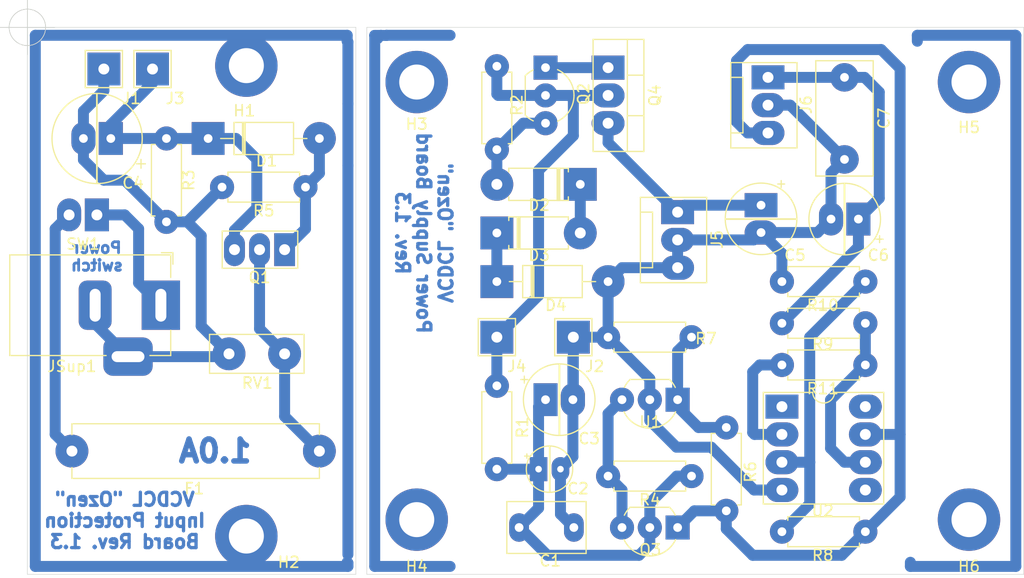
<source format=kicad_pcb>
(kicad_pcb (version 20171130) (host pcbnew 5.1.10-88a1d61d58~90~ubuntu20.04.1)
  (layers (0 F.Cu signal) (31 B.Cu signal) (34 B.Paste user) (35 F.Paste user) (36 B.SilkS user) (37 F.SilkS user) (38 B.Mask user) (39 F.Mask user) (44 Edge.Cuts user))
  (net 0 "")
  (net 1 Earth)
  (net 2 +12V)
  (net 3 "Net-(D1-Pad2)")
  (net 4 "Net-(D2-Pad2)")
  (net 5 "Net-(D2-Pad1)")
  (net 6 "Net-(D3-Pad1)")
  (net 7 "Net-(F1-Pad1)")
  (net 8 "Net-(Q2-Pad1)")
  (net 9 "Net-(F1-Pad2)")
  (net 10 "Net-(JSup1-Pad1)")
  (net 11 +15V)
  (net 12 "Net-(R6-Pad2)")
  (net 13 "Net-(C1-Pad1)")
  (net 14 Vin)
  (net 15 "Net-(Q3-Pad3)")
  (net 16 +5V)
  (net 17 "Net-(R10-Pad1)")
  (net 18 "Net-(R11-Pad1)")
  (net 19 "Net-(R11-Pad2)")
  (module _сustom:LUT_R_L9.0mm_D3.2mm_P5.08mm_Vertical (layer F.Cu) (at 49.52 53.495 180)
    (fp_text reference RV1 (at 2.495 -2.667) (layer F.SilkS))
    (fp_text value 27)
    (fp_line (start -1.778 1.778) (end -1.778 -1.778) (layer F.SilkS) (width 0.12))
    (fp_line (start 6.858 1.778) (end -1.778 1.778) (layer F.SilkS) (width 0.12))
    (fp_line (start 6.858 -1.778) (end 6.858 1.778) (layer F.SilkS) (width 0.12))
    (fp_line (start -1.778 -1.778) (end 6.858 -1.778) (layer F.SilkS) (width 0.12))
    (pad 2 thru_hole circle (at 5.08 0 180) (size 3 3) (drill 1) (layers *.Cu *.Mask) (net 1 Earth))
    (pad 1 thru_hole circle (at 0 0 180) (size 3 3) (drill 1) (layers *.Cu *.Mask) (net 7 "Net-(F1-Pad1)"))
  )
  (module _сustom:Logo_Ozen_7.0x9.0 (layer F.Cu) (at 62.855 59.845 270)
    (fp_text reference G*** hide)
    (fp_text value LOGO hide)
  )
  (module _сustom:Logo_Ozen_7.0x9.0 (layer F.Cu) (at 34.915 60.48)
    (fp_text reference G*** hide)
    (fp_text value LOGO hide)
  )
  (module MountingHole:MountingHole_3.2mm_M3_ISO7380_Pad (layer F.Cu) (at 112.025 68.65)
    (fp_text reference H6 (at 0 4.276) (layer F.SilkS))
    (fp_text value MountingHole_Pad)
    (pad 1 thru_hole circle (at 0 0) (size 5.7 5.7) (drill 3.2) (layers *.Cu *.Mask))
  )
  (module MountingHole:MountingHole_3.2mm_M3_ISO7380_Pad (layer F.Cu) (at 112.025 28.65)
    (fp_text reference H5 (at 0 4.144) (layer F.SilkS))
    (fp_text value MountingHole_Pad)
    (pad 1 thru_hole circle (at 0 0) (size 5.7 5.7) (drill 3.2) (layers *.Cu *.Mask))
  )
  (module _сustom:LUT_C_Rect_L10.3mm_W5.0mm_P7.50mm (layer F.Cu) (at 100.653 28.222 270)
    (fp_text reference C7 (at 3.75 -3.604 90) (layer F.SilkS))
    (fp_text value 150u)
    (fp_line (start -1.52 -2.62) (end 9.02 -2.62) (layer F.SilkS) (width 0.12))
    (fp_line (start -1.52 2.62) (end 9.02 2.62) (layer F.SilkS) (width 0.12))
    (fp_line (start -1.52 -2.62) (end -1.52 2.62) (layer F.SilkS) (width 0.12))
    (fp_line (start 9.02 -2.62) (end 9.02 2.62) (layer F.SilkS) (width 0.12))
    (pad 2 thru_hole circle (at 7.5 0 270) (size 2.6 2.6) (drill 0.8) (layers *.Cu *.Mask) (net 1 Earth))
    (pad 1 thru_hole circle (at 0 0 270) (size 2.6 2.6) (drill 0.8) (layers *.Cu *.Mask) (net 16 +5V))
  )
  (module _сustom:LUT_DIP-8 (layer F.Cu) (at 94.938 58.321)
    (fp_text reference U2 (at 3.731 9.525 180) (layer F.SilkS))
    (fp_text value LM741)
    (fp_line (start 2.8 -1.3) (end -1.7 -1.3) (layer F.SilkS) (width 0.12))
    (fp_line (start -1.7 -1.3) (end -1.7 8.9) (layer F.SilkS) (width 0.12))
    (fp_line (start -1.7 8.9) (end 9.3 8.9) (layer F.SilkS) (width 0.12))
    (fp_line (start 9.3 8.9) (end 9.3 -1.3) (layer F.SilkS) (width 0.12))
    (fp_line (start 9.3 -1.3) (end 4.9 -1.3) (layer F.SilkS) (width 0.12))
    (fp_arc (start 3.81 -1.33) (end 2.81 -1.33) (angle -180) (layer F.SilkS) (width 0.12))
    (pad 8 thru_hole oval (at 7.62 0) (size 3 2.2) (drill 1) (layers *.Cu *.Mask))
    (pad 4 thru_hole oval (at 0 7.62) (size 3 2.2) (drill 1) (layers *.Cu *.Mask) (net 1 Earth))
    (pad 7 thru_hole oval (at 7.62 2.54) (size 3 2.2) (drill 1) (layers *.Cu *.Mask) (net 11 +15V))
    (pad 3 thru_hole oval (at 0 5.08) (size 3 2.2) (drill 1) (layers *.Cu *.Mask) (net 17 "Net-(R10-Pad1)"))
    (pad 6 thru_hole oval (at 7.62 5.08) (size 3 2.2) (drill 1) (layers *.Cu *.Mask) (net 18 "Net-(R11-Pad1)"))
    (pad 2 thru_hole oval (at 0 2.54) (size 3 2.2) (drill 1) (layers *.Cu *.Mask) (net 19 "Net-(R11-Pad2)"))
    (pad 5 thru_hole oval (at 7.62 7.62) (size 3 2.2) (drill 1) (layers *.Cu *.Mask))
    (pad 1 thru_hole rect (at 0 0) (size 3 2.2) (drill 1) (layers *.Cu *.Mask))
  )
  (module _сustom:LUT_R_L6.3mm_D2.5mm_P7.62mm_Horizontal (layer F.Cu) (at 102.558 54.511 180)
    (fp_text reference R11 (at 3.889 -2.159) (layer F.SilkS))
    (fp_text value 5k)
    (fp_line (start 0.54 -1.04) (end 0.54 -1.37) (layer F.SilkS) (width 0.12))
    (fp_line (start 0.54 -1.37) (end 7.08 -1.37) (layer F.SilkS) (width 0.12))
    (fp_line (start 7.08 -1.37) (end 7.08 -1.04) (layer F.SilkS) (width 0.12))
    (fp_line (start 0.54 1.04) (end 0.54 1.37) (layer F.SilkS) (width 0.12))
    (fp_line (start 0.54 1.37) (end 7.08 1.37) (layer F.SilkS) (width 0.12))
    (fp_line (start 7.08 1.37) (end 7.08 1.04) (layer F.SilkS) (width 0.12))
    (pad 2 thru_hole circle (at 7.62 0 180) (size 2.2 2.2) (drill 0.8) (layers *.Cu *.Mask) (net 19 "Net-(R11-Pad2)"))
    (pad 1 thru_hole circle (at 0 0 180) (size 2.2 2.2) (drill 0.8) (layers *.Cu *.Mask) (net 18 "Net-(R11-Pad1)"))
  )
  (module _сustom:LUT_R_L6.3mm_D2.5mm_P7.62mm_Horizontal (layer F.Cu) (at 102.558 46.891 180)
    (fp_text reference R10 (at 3.889 -2.159) (layer F.SilkS))
    (fp_text value "5k 1%")
    (fp_line (start 0.54 -1.04) (end 0.54 -1.37) (layer F.SilkS) (width 0.12))
    (fp_line (start 0.54 -1.37) (end 7.08 -1.37) (layer F.SilkS) (width 0.12))
    (fp_line (start 7.08 -1.37) (end 7.08 -1.04) (layer F.SilkS) (width 0.12))
    (fp_line (start 0.54 1.04) (end 0.54 1.37) (layer F.SilkS) (width 0.12))
    (fp_line (start 0.54 1.37) (end 7.08 1.37) (layer F.SilkS) (width 0.12))
    (fp_line (start 7.08 1.37) (end 7.08 1.04) (layer F.SilkS) (width 0.12))
    (pad 2 thru_hole circle (at 7.62 0 180) (size 2.2 2.2) (drill 0.8) (layers *.Cu *.Mask) (net 1 Earth))
    (pad 1 thru_hole circle (at 0 0 180) (size 2.2 2.2) (drill 0.8) (layers *.Cu *.Mask) (net 17 "Net-(R10-Pad1)"))
  )
  (module _сustom:LUT_R_L6.3mm_D2.5mm_P7.62mm_Horizontal (layer F.Cu) (at 94.938 50.701)
    (fp_text reference R9 (at 3.731 1.905) (layer F.SilkS))
    (fp_text value 47)
    (fp_line (start 0.54 -1.04) (end 0.54 -1.37) (layer F.SilkS) (width 0.12))
    (fp_line (start 0.54 -1.37) (end 7.08 -1.37) (layer F.SilkS) (width 0.12))
    (fp_line (start 7.08 -1.37) (end 7.08 -1.04) (layer F.SilkS) (width 0.12))
    (fp_line (start 0.54 1.04) (end 0.54 1.37) (layer F.SilkS) (width 0.12))
    (fp_line (start 0.54 1.37) (end 7.08 1.37) (layer F.SilkS) (width 0.12))
    (fp_line (start 7.08 1.37) (end 7.08 1.04) (layer F.SilkS) (width 0.12))
    (pad 2 thru_hole circle (at 7.62 0) (size 2.2 2.2) (drill 0.8) (layers *.Cu *.Mask) (net 18 "Net-(R11-Pad1)"))
    (pad 1 thru_hole circle (at 0 0) (size 2.2 2.2) (drill 0.8) (layers *.Cu *.Mask) (net 16 +5V))
  )
  (module _сustom:LUT_R_L6.3mm_D2.5mm_P7.62mm_Horizontal (layer F.Cu) (at 102.558 69.751 180)
    (fp_text reference R8 (at 3.889 -2.159) (layer F.SilkS))
    (fp_text value "10k 1%")
    (fp_line (start 0.54 -1.04) (end 0.54 -1.37) (layer F.SilkS) (width 0.12))
    (fp_line (start 0.54 -1.37) (end 7.08 -1.37) (layer F.SilkS) (width 0.12))
    (fp_line (start 7.08 -1.37) (end 7.08 -1.04) (layer F.SilkS) (width 0.12))
    (fp_line (start 0.54 1.04) (end 0.54 1.37) (layer F.SilkS) (width 0.12))
    (fp_line (start 0.54 1.37) (end 7.08 1.37) (layer F.SilkS) (width 0.12))
    (fp_line (start 7.08 1.37) (end 7.08 1.04) (layer F.SilkS) (width 0.12))
    (pad 2 thru_hole circle (at 7.62 0 180) (size 2.2 2.2) (drill 0.8) (layers *.Cu *.Mask) (net 17 "Net-(R10-Pad1)"))
    (pad 1 thru_hole circle (at 0 0 180) (size 2.2 2.2) (drill 0.8) (layers *.Cu *.Mask) (net 11 +15V))
  )
  (module _сustom:LUT_FanPinHeader_1x03_P2.54mm_Vertical (layer F.Cu) (at 93.668 28.222 270)
    (fp_text reference J6 (at 2.5 -3.477 90) (layer F.SilkS))
    (fp_text value Conn_01x03)
    (fp_line (start -1.35 3.4) (end -1.35 -2.65) (layer F.SilkS) (width 0.12))
    (fp_line (start -1.35 -2.65) (end 6.45 -2.65) (layer F.SilkS) (width 0.12))
    (fp_line (start 6.45 -2.65) (end 6.45 3.4) (layer F.SilkS) (width 0.12))
    (fp_line (start 6.45 3.4) (end -1.35 3.4) (layer F.SilkS) (width 0.12))
    (fp_line (start 0 3.3) (end 0 2.29) (layer F.SilkS) (width 0.12))
    (fp_line (start 0 2.29) (end 5.08 2.29) (layer F.SilkS) (width 0.12))
    (fp_line (start 5.08 2.29) (end 5.08 3.3) (layer F.SilkS) (width 0.12))
    (pad 1 thru_hole rect (at 0 0) (size 3 2.2) (drill 1) (layers *.Cu *.Mask) (net 16 +5V))
    (pad 2 thru_hole oval (at 2.54 0) (size 3 2.2) (drill 1) (layers *.Cu *.Mask) (net 1 Earth))
    (pad 3 thru_hole oval (at 5.08 0) (size 3 2.2) (drill 1) (layers *.Cu *.Mask) (net 11 +15V))
  )
  (module _сustom:LUT_FanPinHeader_1x03_P2.54mm_Vertical (layer F.Cu) (at 85.413 40.541 270)
    (fp_text reference J5 (at 2.5 -3.604 90) (layer F.SilkS))
    (fp_text value Conn_01x03)
    (fp_line (start -1.35 3.4) (end -1.35 -2.65) (layer F.SilkS) (width 0.12))
    (fp_line (start -1.35 -2.65) (end 6.45 -2.65) (layer F.SilkS) (width 0.12))
    (fp_line (start 6.45 -2.65) (end 6.45 3.4) (layer F.SilkS) (width 0.12))
    (fp_line (start 6.45 3.4) (end -1.35 3.4) (layer F.SilkS) (width 0.12))
    (fp_line (start 0 3.3) (end 0 2.29) (layer F.SilkS) (width 0.12))
    (fp_line (start 0 2.29) (end 5.08 2.29) (layer F.SilkS) (width 0.12))
    (fp_line (start 5.08 2.29) (end 5.08 3.3) (layer F.SilkS) (width 0.12))
    (pad 1 thru_hole rect (at 0 0) (size 3 2.2) (drill 1) (layers *.Cu *.Mask) (net 2 +12V))
    (pad 2 thru_hole oval (at 2.54 0) (size 3 2.2) (drill 1) (layers *.Cu *.Mask) (net 1 Earth))
    (pad 3 thru_hole oval (at 5.08 0) (size 3 2.2) (drill 1) (layers *.Cu *.Mask) (net 1 Earth))
  )
  (module MountingHole:MountingHole_3.2mm_M3_ISO7380_Pad (layer F.Cu) (at 61.585 68.65)
    (fp_text reference H4 (at 0 4.276) (layer F.SilkS))
    (fp_text value MountingHole_Pad)
    (pad 1 thru_hole circle (at 0 0) (size 5.7 5.7) (drill 3.2) (layers *.Cu *.Mask))
  )
  (module _сustom:LUT_CP_Radial_D6.3mm_P2.50mm (layer F.Cu) (at 101.923 41.176 180)
    (fp_text reference C6 (at -1.826 -3.302) (layer F.SilkS))
    (fp_text value 470u)
    (fp_circle (center 1.25 0) (end 4.52 0) (layer F.SilkS) (width 0.12))
    (fp_line (start 1.25 -3.23) (end 1.25 3.23) (layer F.SilkS) (width 0.12))
    (fp_line (start 1.29 -3.23) (end 1.29 3.23) (layer F.SilkS) (width 0.12))
    (fp_line (start -2.250241 -1.839) (end -1.620241 -1.839) (layer F.SilkS) (width 0.12))
    (fp_line (start -1.935241 -2.154) (end -1.935241 -1.524) (layer F.SilkS) (width 0.12))
    (pad 2 thru_hole oval (at 2.5 0 180) (size 2.2 3) (drill 0.8) (layers *.Cu *.Mask) (net 1 Earth))
    (pad 1 thru_hole rect (at 0 0 180) (size 2.2 3) (drill 0.8) (layers *.Cu *.Mask) (net 16 +5V))
  )
  (module _сustom:LUT_TO-220-3_Vertical (layer F.Cu) (at 79.063 27.333 270)
    (fp_text reference Q4 (at 2.54 -4.27 90) (layer F.SilkS))
    (fp_text value Q_NPN_BCE)
    (fp_line (start -2.58 -3.27) (end 7.66 -3.27) (layer F.SilkS) (width 0.12))
    (fp_line (start -2.58 1.371) (end 7.66 1.371) (layer F.SilkS) (width 0.12))
    (fp_line (start -2.58 -3.27) (end -2.58 1.371) (layer F.SilkS) (width 0.12))
    (fp_line (start 7.66 -3.27) (end 7.66 1.371) (layer F.SilkS) (width 0.12))
    (fp_line (start -2.58 -1.76) (end 7.66 -1.76) (layer F.SilkS) (width 0.12))
    (fp_line (start 0.69 -3.27) (end 0.69 -1.76) (layer F.SilkS) (width 0.12))
    (fp_line (start 4.391 -3.27) (end 4.391 -1.76) (layer F.SilkS) (width 0.12))
    (pad 3 thru_hole oval (at 5.08 0 270) (size 2.2 3) (drill 1) (layers *.Cu *.Mask) (net 2 +12V))
    (pad 2 thru_hole oval (at 2.54 0 270) (size 2.2 3) (drill 1) (layers *.Cu *.Mask) (net 14 Vin))
    (pad 1 thru_hole rect (at 0 0 270) (size 2.2 3) (drill 1) (layers *.Cu *.Mask) (net 8 "Net-(Q2-Pad1)"))
  )
  (module _сustom:LUT_TO-92 (layer F.Cu) (at 85.413 69.37 180)
    (fp_text reference Q3 (at 2.492 -2.032) (layer F.SilkS))
    (fp_text value Q_NPN_ECB)
    (fp_line (start 0.74 1.85) (end 4.34 1.85) (layer F.SilkS) (width 0.12))
    (fp_arc (start 2.54 0) (end 4.34 1.85) (angle -20) (layer F.SilkS) (width 0.12))
    (fp_arc (start 2.54 0) (end 2.54 -2.6) (angle 65) (layer F.SilkS) (width 0.12))
    (fp_arc (start 2.54 0) (end 2.54 -2.6) (angle -65) (layer F.SilkS) (width 0.12))
    (fp_arc (start 2.54 0) (end 0.74 1.85) (angle 20) (layer F.SilkS) (width 0.12))
    (pad 1 thru_hole rect (at 0 0 180) (size 2.2 2.2) (drill 0.8) (layers *.Cu *.Mask) (net 11 +15V))
    (pad 3 thru_hole circle (at 5.08 0 180) (size 2.2 2.2) (drill 0.8) (layers *.Cu *.Mask) (net 15 "Net-(Q3-Pad3)"))
    (pad 2 thru_hole circle (at 2.54 0 180) (size 2.2 2.2) (drill 0.8) (layers *.Cu *.Mask) (net 13 "Net-(C1-Pad1)"))
  )
  (module _сustom:LUT_PinHeader_1x01_P2.54mm_Vertical (layer F.Cu) (at 68.903 51.971)
    (fp_text reference J4 (at 1.826 2.667) (layer F.SilkS))
    (fp_text value Conn_01x01_Female)
    (fp_line (start -1.7 -1.7) (end 1.7 -1.7) (layer F.SilkS) (width 0.12))
    (fp_line (start 1.7 -1.7) (end 1.7 1.7) (layer F.SilkS) (width 0.12))
    (fp_line (start 1.7 1.7) (end -1.7 1.7) (layer F.SilkS) (width 0.12))
    (fp_line (start -1.7 1.7) (end -1.7 -1.7) (layer F.SilkS) (width 0.12))
    (pad 1 thru_hole rect (at 0 0) (size 3 3) (drill 1) (layers *.Cu *.Mask) (net 14 Vin))
  )
  (module _сustom:LUT_PinHeader_1x01_P2.54mm_Vertical (layer F.Cu) (at 37.455 27.46)
    (fp_text reference J3 (at 2.07 2.69) (layer F.SilkS))
    (fp_text value Conn_01x01_Female)
    (fp_line (start -1.7 -1.7) (end 1.7 -1.7) (layer F.SilkS) (width 0.12))
    (fp_line (start 1.7 -1.7) (end 1.7 1.7) (layer F.SilkS) (width 0.12))
    (fp_line (start 1.7 1.7) (end -1.7 1.7) (layer F.SilkS) (width 0.12))
    (fp_line (start -1.7 1.7) (end -1.7 -1.7) (layer F.SilkS) (width 0.12))
    (pad 1 thru_hole rect (at 0 0) (size 3 3) (drill 1) (layers *.Cu *.Mask) (net 14 Vin))
  )
  (module _сustom:LUT_PinHeader_1x01_P2.54mm_Vertical (layer F.Cu) (at 75.888 51.971)
    (fp_text reference J2 (at 1.953 2.667) (layer F.SilkS))
    (fp_text value Conn_01x01_Female)
    (fp_line (start -1.7 -1.7) (end 1.7 -1.7) (layer F.SilkS) (width 0.12))
    (fp_line (start 1.7 -1.7) (end 1.7 1.7) (layer F.SilkS) (width 0.12))
    (fp_line (start 1.7 1.7) (end -1.7 1.7) (layer F.SilkS) (width 0.12))
    (fp_line (start -1.7 1.7) (end -1.7 -1.7) (layer F.SilkS) (width 0.12))
    (pad 1 thru_hole rect (at 0 0) (size 3 3) (drill 1) (layers *.Cu *.Mask) (net 1 Earth))
  )
  (module _сustom:LUT_PinHeader_1x01_P2.54mm_Vertical (layer F.Cu) (at 33.01 27.46 180)
    (fp_text reference J1 (at -2.515 -2.69) (layer F.SilkS))
    (fp_text value Conn_01x01_Female)
    (fp_line (start -1.7 -1.7) (end 1.7 -1.7) (layer F.SilkS) (width 0.12))
    (fp_line (start 1.7 -1.7) (end 1.7 1.7) (layer F.SilkS) (width 0.12))
    (fp_line (start 1.7 1.7) (end -1.7 1.7) (layer F.SilkS) (width 0.12))
    (fp_line (start -1.7 1.7) (end -1.7 -1.7) (layer F.SilkS) (width 0.12))
    (pad 1 thru_hole rect (at 0 0 180) (size 3 3) (drill 1) (layers *.Cu *.Mask) (net 1 Earth))
  )
  (module _сustom:LUT_CP_Radial_D6.3mm_P2.50mm (layer F.Cu) (at 93.033 39.906 270)
    (fp_text reference C5 (at 4.572 -3.096 180) (layer F.SilkS))
    (fp_text value "470u 16v")
    (fp_line (start -1.935241 -2.154) (end -1.935241 -1.524) (layer F.SilkS) (width 0.12))
    (fp_line (start -2.250241 -1.839) (end -1.620241 -1.839) (layer F.SilkS) (width 0.12))
    (fp_line (start 1.29 -3.23) (end 1.29 3.23) (layer F.SilkS) (width 0.12))
    (fp_line (start 1.25 -3.23) (end 1.25 3.23) (layer F.SilkS) (width 0.12))
    (fp_circle (center 1.25 0) (end 4.52 0) (layer F.SilkS) (width 0.12))
    (pad 2 thru_hole oval (at 2.5 0 270) (size 2.2 3) (drill 0.8) (layers *.Cu *.Mask) (net 1 Earth))
    (pad 1 thru_hole rect (at 0 0 270) (size 2.2 3) (drill 0.8) (layers *.Cu *.Mask) (net 2 +12V))
  )
  (module _сustom:LUT_CP_Radial_D8.0mm_P2.50mm (layer F.Cu) (at 33.645 33.81 180)
    (fp_text reference C4 (at -2.032 -4.064) (layer F.SilkS))
    (fp_text value "47u 63v")
    (fp_line (start -2.759698 -2.715) (end -2.759698 -1.915) (layer F.SilkS) (width 0.12))
    (fp_line (start -3.159698 -2.315) (end -2.359698 -2.315) (layer F.SilkS) (width 0.12))
    (fp_line (start 1.29 -4.08) (end 1.29 4.08) (layer F.SilkS) (width 0.12))
    (fp_line (start 1.25 -4.08) (end 1.25 4.08) (layer F.SilkS) (width 0.12))
    (fp_circle (center 1.25 0) (end 5.37 0) (layer F.SilkS) (width 0.12))
    (pad 2 thru_hole oval (at 2.5 0 180) (size 2.2 3) (drill 0.8) (layers *.Cu *.Mask) (net 1 Earth))
    (pad 1 thru_hole rect (at 0 0 180) (size 2.2 3) (drill 0.8) (layers *.Cu *.Mask) (net 14 Vin))
  )
  (module _сustom:LUT_CP_Radial_D4.0mm_P2.00mm (layer F.Cu) (at 72.713 64.036)
    (fp_text reference C2 (at 3.604 1.778) (layer F.SilkS))
    (fp_text value 10u)
    (fp_circle (center 1 0) (end 3.12 0) (layer F.SilkS) (width 0.12))
    (fp_line (start 1 -2.08) (end 1 2.08) (layer F.SilkS) (width 0.12))
    (fp_line (start 1.04 -2.08) (end 1.04 2.08) (layer F.SilkS) (width 0.12))
    (fp_line (start -1.269801 -1.195) (end -0.869801 -1.195) (layer F.SilkS) (width 0.12))
    (fp_line (start -1.069801 -1.395) (end -1.069801 -0.995) (layer F.SilkS) (width 0.12))
    (pad 2 thru_hole oval (at 2 0) (size 1.6 2.2) (drill 0.6) (layers *.Cu *.Mask) (net 1 Earth))
    (pad 1 thru_hole rect (at 0 0) (size 1.6 2.2) (drill 0.6) (layers *.Cu *.Mask) (net 13 "Net-(C1-Pad1)"))
  )
  (module _сustom:LUT_C_Rect_L7.0mm_W4.5mm_P5.00mm (layer F.Cu) (at 70.935 69.37)
    (fp_text reference C1 (at 2.842 3.048 180) (layer F.SilkS))
    (fp_text value 1u)
    (fp_line (start -1.12 -2.37) (end 6.12 -2.37) (layer F.SilkS) (width 0.12))
    (fp_line (start -1.12 2.37) (end 6.12 2.37) (layer F.SilkS) (width 0.12))
    (fp_line (start -1.12 -2.37) (end -1.12 2.37) (layer F.SilkS) (width 0.12))
    (fp_line (start 6.12 -2.37) (end 6.12 2.37) (layer F.SilkS) (width 0.12))
    (pad 2 thru_hole oval (at 5 0) (size 1.8 2.6) (drill 0.8) (layers *.Cu *.Mask) (net 1 Earth))
    (pad 1 thru_hole oval (at 0 0) (size 1.8 2.6) (drill 0.8) (layers *.Cu *.Mask) (net 13 "Net-(C1-Pad1)"))
  )
  (module _сustom:LUT_TO-92 (layer F.Cu) (at 85.413 57.686 180)
    (fp_text reference U1 (at 2.492 -2.032) (layer F.SilkS))
    (fp_text value TL431LP)
    (fp_line (start 0.74 1.85) (end 4.34 1.85) (layer F.SilkS) (width 0.12))
    (fp_arc (start 2.54 0) (end 4.34 1.85) (angle -20) (layer F.SilkS) (width 0.12))
    (fp_arc (start 2.54 0) (end 2.54 -2.6) (angle 65) (layer F.SilkS) (width 0.12))
    (fp_arc (start 2.54 0) (end 2.54 -2.6) (angle -65) (layer F.SilkS) (width 0.12))
    (fp_arc (start 2.54 0) (end 0.74 1.85) (angle 20) (layer F.SilkS) (width 0.12))
    (pad 1 thru_hole rect (at 0 0 180) (size 2.2 2.2) (drill 0.8) (layers *.Cu *.Mask) (net 12 "Net-(R6-Pad2)"))
    (pad 3 thru_hole circle (at 5.08 0 180) (size 2.2 2.2) (drill 0.8) (layers *.Cu *.Mask) (net 15 "Net-(Q3-Pad3)"))
    (pad 2 thru_hole circle (at 2.54 0 180) (size 2.2 2.2) (drill 0.8) (layers *.Cu *.Mask) (net 1 Earth))
  )
  (module _сustom:LUT_R_L6.3mm_D2.5mm_P7.62mm_Horizontal (layer F.Cu) (at 86.683 51.971 180)
    (fp_text reference R7 (at -1.318 -0.127) (layer F.SilkS))
    (fp_text value "1k 1%")
    (fp_line (start 7.08 1.37) (end 7.08 1.04) (layer F.SilkS) (width 0.12))
    (fp_line (start 0.54 1.37) (end 7.08 1.37) (layer F.SilkS) (width 0.12))
    (fp_line (start 0.54 1.04) (end 0.54 1.37) (layer F.SilkS) (width 0.12))
    (fp_line (start 7.08 -1.37) (end 7.08 -1.04) (layer F.SilkS) (width 0.12))
    (fp_line (start 0.54 -1.37) (end 7.08 -1.37) (layer F.SilkS) (width 0.12))
    (fp_line (start 0.54 -1.04) (end 0.54 -1.37) (layer F.SilkS) (width 0.12))
    (pad 2 thru_hole circle (at 7.62 0 180) (size 2.2 2.2) (drill 0.8) (layers *.Cu *.Mask) (net 1 Earth))
    (pad 1 thru_hole circle (at 0 0 180) (size 2.2 2.2) (drill 0.8) (layers *.Cu *.Mask) (net 12 "Net-(R6-Pad2)"))
  )
  (module _сustom:LUT_R_L6.3mm_D2.5mm_P7.62mm_Horizontal (layer F.Cu) (at 89.858 67.846 90)
    (fp_text reference R6 (at 3.556 2.207 90) (layer F.SilkS))
    (fp_text value "5k 1%")
    (fp_line (start 7.08 1.37) (end 7.08 1.04) (layer F.SilkS) (width 0.12))
    (fp_line (start 0.54 1.37) (end 7.08 1.37) (layer F.SilkS) (width 0.12))
    (fp_line (start 0.54 1.04) (end 0.54 1.37) (layer F.SilkS) (width 0.12))
    (fp_line (start 7.08 -1.37) (end 7.08 -1.04) (layer F.SilkS) (width 0.12))
    (fp_line (start 0.54 -1.37) (end 7.08 -1.37) (layer F.SilkS) (width 0.12))
    (fp_line (start 0.54 -1.04) (end 0.54 -1.37) (layer F.SilkS) (width 0.12))
    (pad 2 thru_hole circle (at 7.62 0 90) (size 2.2 2.2) (drill 0.8) (layers *.Cu *.Mask) (net 12 "Net-(R6-Pad2)"))
    (pad 1 thru_hole circle (at 0 0 90) (size 2.2 2.2) (drill 0.8) (layers *.Cu *.Mask) (net 11 +15V))
  )
  (module _сustom:LUT_R_L6.3mm_D2.5mm_P7.62mm_Horizontal (layer F.Cu) (at 51.425 38.255 180)
    (fp_text reference R5 (at 3.81 -2.159) (layer F.SilkS))
    (fp_text value 5k)
    (fp_line (start 7.08 1.37) (end 7.08 1.04) (layer F.SilkS) (width 0.12))
    (fp_line (start 0.54 1.37) (end 7.08 1.37) (layer F.SilkS) (width 0.12))
    (fp_line (start 0.54 1.04) (end 0.54 1.37) (layer F.SilkS) (width 0.12))
    (fp_line (start 7.08 -1.37) (end 7.08 -1.04) (layer F.SilkS) (width 0.12))
    (fp_line (start 0.54 -1.37) (end 7.08 -1.37) (layer F.SilkS) (width 0.12))
    (fp_line (start 0.54 -1.04) (end 0.54 -1.37) (layer F.SilkS) (width 0.12))
    (pad 2 thru_hole circle (at 7.62 0 180) (size 2.2 2.2) (drill 0.8) (layers *.Cu *.Mask) (net 1 Earth))
    (pad 1 thru_hole circle (at 0 0 180) (size 2.2 2.2) (drill 0.8) (layers *.Cu *.Mask) (net 3 "Net-(D1-Pad2)"))
  )
  (module _сustom:LUT_R_L6.3mm_D2.5mm_P7.62mm_Horizontal (layer F.Cu) (at 86.683 64.671 180)
    (fp_text reference R4 (at 3.81 -2.159) (layer F.SilkS))
    (fp_text value 1k)
    (fp_line (start 7.08 1.37) (end 7.08 1.04) (layer F.SilkS) (width 0.12))
    (fp_line (start 0.54 1.37) (end 7.08 1.37) (layer F.SilkS) (width 0.12))
    (fp_line (start 0.54 1.04) (end 0.54 1.37) (layer F.SilkS) (width 0.12))
    (fp_line (start 7.08 -1.37) (end 7.08 -1.04) (layer F.SilkS) (width 0.12))
    (fp_line (start 0.54 -1.37) (end 7.08 -1.37) (layer F.SilkS) (width 0.12))
    (fp_line (start 0.54 -1.04) (end 0.54 -1.37) (layer F.SilkS) (width 0.12))
    (pad 2 thru_hole circle (at 7.62 0 180) (size 2.2 2.2) (drill 0.8) (layers *.Cu *.Mask) (net 15 "Net-(Q3-Pad3)"))
    (pad 1 thru_hole circle (at 0 0 180) (size 2.2 2.2) (drill 0.8) (layers *.Cu *.Mask) (net 13 "Net-(C1-Pad1)"))
  )
  (module _сustom:LUT_D_P10.16mm_Horizontal (layer F.Cu) (at 42.535 33.81)
    (fp_text reference D1 (at 5.334 2.032) (layer F.SilkS))
    (fp_text value 10v)
    (fp_line (start 3.14 -1.47) (end 3.14 1.47) (layer F.SilkS) (width 0.12))
    (fp_line (start 3.38 -1.47) (end 3.38 1.47) (layer F.SilkS) (width 0.12))
    (fp_line (start 3.26 -1.47) (end 3.26 1.47) (layer F.SilkS) (width 0.12))
    (fp_line (start 9.02 0) (end 7.8 0) (layer F.SilkS) (width 0.12))
    (fp_line (start 1.14 0) (end 2.36 0) (layer F.SilkS) (width 0.12))
    (fp_line (start 7.8 -1.47) (end 2.36 -1.47) (layer F.SilkS) (width 0.12))
    (fp_line (start 7.8 1.47) (end 7.8 -1.47) (layer F.SilkS) (width 0.12))
    (fp_line (start 2.36 1.47) (end 7.8 1.47) (layer F.SilkS) (width 0.12))
    (fp_line (start 2.36 -1.47) (end 2.36 1.47) (layer F.SilkS) (width 0.12))
    (pad 2 thru_hole oval (at 10.16 0) (size 3 3) (drill 0.8) (layers *.Cu *.Mask) (net 3 "Net-(D1-Pad2)"))
    (pad 1 thru_hole rect (at 0 0) (size 3 3) (drill 0.8) (layers *.Cu *.Mask) (net 14 Vin))
  )
  (module _сustom:LUT_R_L6.3mm_D2.5mm_P7.62mm_Horizontal (layer F.Cu) (at 38.725 41.43 90)
    (fp_text reference R3 (at 3.81 2.032 90) (layer F.SilkS))
    (fp_text value 100k)
    (fp_line (start 7.08 1.37) (end 7.08 1.04) (layer F.SilkS) (width 0.12))
    (fp_line (start 0.54 1.37) (end 7.08 1.37) (layer F.SilkS) (width 0.12))
    (fp_line (start 0.54 1.04) (end 0.54 1.37) (layer F.SilkS) (width 0.12))
    (fp_line (start 7.08 -1.37) (end 7.08 -1.04) (layer F.SilkS) (width 0.12))
    (fp_line (start 0.54 -1.37) (end 7.08 -1.37) (layer F.SilkS) (width 0.12))
    (fp_line (start 0.54 -1.04) (end 0.54 -1.37) (layer F.SilkS) (width 0.12))
    (pad 2 thru_hole circle (at 7.62 0 90) (size 2.2 2.2) (drill 0.8) (layers *.Cu *.Mask) (net 14 Vin))
    (pad 1 thru_hole circle (at 0 0 90) (size 2.2 2.2) (drill 0.8) (layers *.Cu *.Mask) (net 1 Earth))
  )
  (module MountingHole:MountingHole_3.2mm_M3_ISO7380_Pad (layer F.Cu) (at 61.585 28.65 180)
    (fp_text reference H3 (at 0 -3.85) (layer F.SilkS))
    (fp_text value MountingHole_Pad)
    (pad 1 thru_hole circle (at 0 0 180) (size 5.7 5.7) (drill 3.2) (layers *.Cu *.Mask))
  )
  (module _сustom:LUT_TO-92 (layer F.Cu) (at 73.348 27.333 270)
    (fp_text reference Q2 (at 2.413 -3.477 90) (layer F.SilkS))
    (fp_text value Q_NPN_ECB)
    (fp_line (start 0.74 1.85) (end 4.34 1.85) (layer F.SilkS) (width 0.12))
    (fp_arc (start 2.54 0) (end 4.34 1.85) (angle -20) (layer F.SilkS) (width 0.12))
    (fp_arc (start 2.54 0) (end 2.54 -2.6) (angle 65) (layer F.SilkS) (width 0.12))
    (fp_arc (start 2.54 0) (end 2.54 -2.6) (angle -65) (layer F.SilkS) (width 0.12))
    (fp_arc (start 2.54 0) (end 0.74 1.85) (angle 20) (layer F.SilkS) (width 0.12))
    (pad 1 thru_hole rect (at 0 0 270) (size 2.2 2.2) (drill 0.8) (layers *.Cu *.Mask) (net 8 "Net-(Q2-Pad1)"))
    (pad 3 thru_hole circle (at 5.08 0 270) (size 2.2 2.2) (drill 0.8) (layers *.Cu *.Mask) (net 4 "Net-(D2-Pad2)"))
    (pad 2 thru_hole circle (at 2.54 0 270) (size 2.2 2.2) (drill 0.8) (layers *.Cu *.Mask) (net 14 Vin))
  )
  (module _сustom:LUT_PinHeader_1x02_P2.54mm_Vertical (layer F.Cu) (at 32.375 40.795 270)
    (fp_text reference SW1 (at 2.667 1.27 180) (layer F.SilkS))
    (fp_text value SW_DIP_x01)
    (pad 2 thru_hole oval (at 0 2.54 270) (size 3 2.2) (drill 1) (layers *.Cu *.Mask) (net 9 "Net-(F1-Pad2)"))
    (pad 1 thru_hole rect (at 0 0 270) (size 3 2.2) (drill 1) (layers *.Cu *.Mask) (net 10 "Net-(JSup1-Pad1)"))
  )
  (module MountingHole:MountingHole_3.2mm_M3_ISO7380_Pad (layer F.Cu) (at 46.025 70.15)
    (fp_text reference H2 (at 3.876 2.395) (layer F.SilkS))
    (fp_text value MountingHole_Pad)
    (pad 1 thru_hole circle (at 0 0) (size 5.7 5.7) (drill 3.2) (layers *.Cu *.Mask))
  )
  (module _сustom:LUT_R_L6.3mm_D2.5mm_P7.62mm_Horizontal (layer F.Cu) (at 68.903 27.206 270)
    (fp_text reference R2 (at 3.556 -1.826 90) (layer F.SilkS))
    (fp_text value 390)
    (fp_line (start 0.54 -1.04) (end 0.54 -1.37) (layer F.SilkS) (width 0.12))
    (fp_line (start 0.54 -1.37) (end 7.08 -1.37) (layer F.SilkS) (width 0.12))
    (fp_line (start 7.08 -1.37) (end 7.08 -1.04) (layer F.SilkS) (width 0.12))
    (fp_line (start 0.54 1.04) (end 0.54 1.37) (layer F.SilkS) (width 0.12))
    (fp_line (start 0.54 1.37) (end 7.08 1.37) (layer F.SilkS) (width 0.12))
    (fp_line (start 7.08 1.37) (end 7.08 1.04) (layer F.SilkS) (width 0.12))
    (pad 2 thru_hole circle (at 7.62 0 270) (size 2.2 2.2) (drill 0.8) (layers *.Cu *.Mask) (net 4 "Net-(D2-Pad2)"))
    (pad 1 thru_hole circle (at 0 0 270) (size 2.2 2.2) (drill 0.8) (layers *.Cu *.Mask) (net 14 Vin))
  )
  (module _сustom:LUT_R_L6.3mm_D2.5mm_P7.62mm_Horizontal (layer F.Cu) (at 68.903 64.036 90)
    (fp_text reference R1 (at 3.81 2.334 90) (layer F.SilkS))
    (fp_text value R)
    (fp_line (start 0.54 -1.04) (end 0.54 -1.37) (layer F.SilkS) (width 0.12))
    (fp_line (start 0.54 -1.37) (end 7.08 -1.37) (layer F.SilkS) (width 0.12))
    (fp_line (start 7.08 -1.37) (end 7.08 -1.04) (layer F.SilkS) (width 0.12))
    (fp_line (start 0.54 1.04) (end 0.54 1.37) (layer F.SilkS) (width 0.12))
    (fp_line (start 0.54 1.37) (end 7.08 1.37) (layer F.SilkS) (width 0.12))
    (fp_line (start 7.08 1.37) (end 7.08 1.04) (layer F.SilkS) (width 0.12))
    (pad 2 thru_hole circle (at 7.62 0 90) (size 2.2 2.2) (drill 0.8) (layers *.Cu *.Mask) (net 14 Vin))
    (pad 1 thru_hole circle (at 0 0 90) (size 2.2 2.2) (drill 0.8) (layers *.Cu *.Mask) (net 13 "Net-(C1-Pad1)"))
  )
  (module _сustom:LUT_TO-251-3_Vertical (layer F.Cu) (at 49.52 43.97 180)
    (fp_text reference Q1 (at 2.29 -2.54) (layer F.SilkS))
    (fp_text value IRFR9024)
    (fp_line (start -1.2 1.7) (end -1.2 -1.7) (layer F.SilkS) (width 0.12))
    (fp_line (start 5.7 1.7) (end -1.2 1.7) (layer F.SilkS) (width 0.12))
    (fp_line (start 5.7 -1.7) (end 5.7 1.7) (layer F.SilkS) (width 0.12))
    (fp_line (start -1.2 -1.7) (end 5.7 -1.7) (layer F.SilkS) (width 0.12))
    (pad 3 thru_hole oval (at 4.58 0 180) (size 1.9 3) (drill 1) (layers *.Cu *.Mask) (net 14 Vin))
    (pad 2 thru_hole oval (at 2.29 0 180) (size 1.9 3) (drill 1) (layers *.Cu *.Mask) (net 7 "Net-(F1-Pad1)"))
    (pad 1 thru_hole rect (at 0 0 180) (size 1.9 3) (drill 1) (layers *.Cu *.Mask) (net 3 "Net-(D1-Pad2)"))
  )
  (module _сustom:LUT_BarrelJack_Horizontal (layer F.Cu) (at 38.217 49.05)
    (fp_text reference JSup1 (at -8.128 5.588) (layer F.SilkS))
    (fp_text value Conn_01x03)
    (fp_line (start 1.1 -3.75) (end 1.1 -4.8) (layer F.SilkS) (width 0.12))
    (fp_line (start 0.05 -4.8) (end 1.1 -4.8) (layer F.SilkS) (width 0.12))
    (fp_line (start -5 4.6) (end -13.8 4.6) (layer F.SilkS) (width 0.12))
    (fp_line (start -13.8 4.6) (end -13.8 -4.6) (layer F.SilkS) (width 0.12))
    (fp_line (start 0.9 2.286) (end 0.9 4.6) (layer F.SilkS) (width 0.12))
    (fp_line (start 0.9 4.6) (end -1 4.6) (layer F.SilkS) (width 0.12))
    (fp_line (start -13.8 -4.6) (end 0.9 -4.6) (layer F.SilkS) (width 0.12))
    (fp_line (start 0.9 -4.6) (end 0.9 -2.54) (layer F.SilkS) (width 0.12))
    (pad 1 thru_hole rect (at 0 0) (size 3.5 4.5) (drill oval 1 3) (layers *.Cu *.Mask) (net 10 "Net-(JSup1-Pad1)"))
    (pad 2 thru_hole roundrect (at -6 0) (size 3 4.5) (drill oval 1 3) (layers *.Cu *.Mask) (net 1 Earth))
    (pad 3 thru_hole roundrect (at -3 4.7) (size 4.5 3.5) (drill oval 3 1) (layers *.Cu *.Mask) (net 1 Earth))
  )
  (module MountingHole:MountingHole_3.2mm_M3_ISO7380_Pad (layer F.Cu) (at 46.025 27.15)
    (fp_text reference H1 (at -0.188 4.12) (layer F.SilkS))
    (fp_text value MountingHole_Pad)
    (pad 1 thru_hole circle (at 0 0) (size 5.7 5.7) (drill 3.2) (layers *.Cu *.Mask))
  )
  (module _сustom:LUT_Fuse-5x20mm_Horizontal_Open (layer F.Cu) (at 52.695 62.385 180)
    (fp_text reference F1 (at 11.43 -3.429) (layer F.SilkS))
    (fp_text value 0.5)
    (fp_line (start 22.6 2.5) (end 22.6 1.5) (layer F.SilkS) (width 0.12))
    (fp_line (start 22.6 -1.5) (end 22.6 -2.5) (layer F.SilkS) (width 0.12))
    (fp_line (start 0 -1.5) (end 0 -2.5) (layer F.SilkS) (width 0.12))
    (fp_line (start 0 -2.5) (end 22.6 -2.5) (layer F.SilkS) (width 0.12))
    (fp_line (start 0 2.5) (end 22.6 2.5) (layer F.SilkS) (width 0.12))
    (fp_line (start 0 2.5) (end 0 1.5) (layer F.SilkS) (width 0.12))
    (pad 2 thru_hole circle (at 22.6 0 180) (size 3 3) (drill 1) (layers *.Cu *.Mask) (net 9 "Net-(F1-Pad2)"))
    (pad 1 thru_hole circle (at 0 0 180) (size 3 3) (drill 1) (layers *.Cu *.Mask) (net 7 "Net-(F1-Pad1)"))
  )
  (module _сustom:LUT_D_P10.16mm_Horizontal (layer F.Cu) (at 68.903 46.891)
    (fp_text reference D4 (at 5.382 2.159) (layer F.SilkS))
    (fp_text value 12V)
    (fp_line (start 2.36 -1.47) (end 2.36 1.47) (layer F.SilkS) (width 0.12))
    (fp_line (start 2.36 1.47) (end 7.8 1.47) (layer F.SilkS) (width 0.12))
    (fp_line (start 7.8 1.47) (end 7.8 -1.47) (layer F.SilkS) (width 0.12))
    (fp_line (start 7.8 -1.47) (end 2.36 -1.47) (layer F.SilkS) (width 0.12))
    (fp_line (start 1.14 0) (end 2.36 0) (layer F.SilkS) (width 0.12))
    (fp_line (start 9.02 0) (end 7.8 0) (layer F.SilkS) (width 0.12))
    (fp_line (start 3.26 -1.47) (end 3.26 1.47) (layer F.SilkS) (width 0.12))
    (fp_line (start 3.38 -1.47) (end 3.38 1.47) (layer F.SilkS) (width 0.12))
    (fp_line (start 3.14 -1.47) (end 3.14 1.47) (layer F.SilkS) (width 0.12))
    (pad 2 thru_hole oval (at 10.16 0) (size 3 3) (drill 0.8) (layers *.Cu *.Mask) (net 1 Earth))
    (pad 1 thru_hole rect (at 0 0) (size 3 3) (drill 0.8) (layers *.Cu *.Mask) (net 6 "Net-(D3-Pad1)"))
  )
  (module _сustom:LUT_D_P7.62mm_Horizontal (layer F.Cu) (at 68.903 42.446)
    (fp_text reference D3 (at 3.858 2.032) (layer F.SilkS))
    (fp_text value D)
    (fp_line (start 1.87 -1.47) (end 1.87 1.47) (layer F.SilkS) (width 0.12))
    (fp_line (start 2.11 -1.47) (end 2.11 1.47) (layer F.SilkS) (width 0.12))
    (fp_line (start 1.99 -1.47) (end 1.99 1.47) (layer F.SilkS) (width 0.12))
    (fp_line (start 6.53 1.47) (end 6.53 1.14) (layer F.SilkS) (width 0.12))
    (fp_line (start 1.09 1.47) (end 6.53 1.47) (layer F.SilkS) (width 0.12))
    (fp_line (start 1.09 1.14) (end 1.09 1.47) (layer F.SilkS) (width 0.12))
    (fp_line (start 6.53 -1.47) (end 6.53 -1.14) (layer F.SilkS) (width 0.12))
    (fp_line (start 1.09 -1.47) (end 6.53 -1.47) (layer F.SilkS) (width 0.12))
    (fp_line (start 1.09 -1.14) (end 1.09 -1.47) (layer F.SilkS) (width 0.12))
    (pad 2 thru_hole circle (at 7.62 0) (size 3 3) (drill 1) (layers *.Cu *.Mask) (net 5 "Net-(D2-Pad1)"))
    (pad 1 thru_hole rect (at 0 0) (size 3 3) (drill 0.8) (layers *.Cu *.Mask) (net 6 "Net-(D3-Pad1)"))
  )
  (module _сustom:LUT_D_P7.62mm_Horizontal (layer F.Cu) (at 76.523 38.001 180)
    (fp_text reference D2 (at 3.762 -1.905) (layer F.SilkS))
    (fp_text value D)
    (fp_line (start 1.87 -1.47) (end 1.87 1.47) (layer F.SilkS) (width 0.12))
    (fp_line (start 2.11 -1.47) (end 2.11 1.47) (layer F.SilkS) (width 0.12))
    (fp_line (start 1.99 -1.47) (end 1.99 1.47) (layer F.SilkS) (width 0.12))
    (fp_line (start 6.53 1.47) (end 6.53 1.14) (layer F.SilkS) (width 0.12))
    (fp_line (start 1.09 1.47) (end 6.53 1.47) (layer F.SilkS) (width 0.12))
    (fp_line (start 1.09 1.14) (end 1.09 1.47) (layer F.SilkS) (width 0.12))
    (fp_line (start 6.53 -1.47) (end 6.53 -1.14) (layer F.SilkS) (width 0.12))
    (fp_line (start 1.09 -1.47) (end 6.53 -1.47) (layer F.SilkS) (width 0.12))
    (fp_line (start 1.09 -1.14) (end 1.09 -1.47) (layer F.SilkS) (width 0.12))
    (pad 2 thru_hole circle (at 7.62 0 180) (size 3 3) (drill 1) (layers *.Cu *.Mask) (net 4 "Net-(D2-Pad2)"))
    (pad 1 thru_hole rect (at 0 0 180) (size 3 3) (drill 0.8) (layers *.Cu *.Mask) (net 5 "Net-(D2-Pad1)"))
  )
  (module _сustom:LUT_CP_Radial_D6.3mm_P2.50mm (layer F.Cu) (at 73.348 57.686)
    (fp_text reference C3 (at 3.985 3.556) (layer F.SilkS))
    (fp_text value 100u)
    (fp_line (start -1.935241 -2.154) (end -1.935241 -1.524) (layer F.SilkS) (width 0.12))
    (fp_line (start -2.250241 -1.839) (end -1.620241 -1.839) (layer F.SilkS) (width 0.12))
    (fp_line (start 1.29 -3.23) (end 1.29 3.23) (layer F.SilkS) (width 0.12))
    (fp_line (start 1.25 -3.23) (end 1.25 3.23) (layer F.SilkS) (width 0.12))
    (fp_circle (center 1.25 0) (end 4.52 0) (layer F.SilkS) (width 0.12))
    (pad 2 thru_hole oval (at 2.5 0) (size 2.2 3) (drill 0.8) (layers *.Cu *.Mask) (net 1 Earth))
    (pad 1 thru_hole rect (at 0 0) (size 2.2 3) (drill 0.8) (layers *.Cu *.Mask) (net 13 "Net-(C1-Pad1)"))
  )
  (target plus (at 26.025 23.65) (size 5) (width 0.05) (layer Edge.Cuts))
  (target plus (at 26.025 23.65) (size 5) (width 0.05) (layer Edge.Cuts))
  (gr_text "VCDCL \"Ozen\"\nPower Supply Board\nRev. 1.3" (at 62.22 42.446 -90) (layer B.Cu) (effects (font (size 1.2 1.2) (thickness 0.3)) (justify mirror)))
  (gr_line (start 57.025 73.65) (end 57.025 23.65) (layer Edge.Cuts) (width 0.05))
  (gr_line (start 117.025 73.65) (end 57.025 73.65) (layer Edge.Cuts) (width 0.05))
  (gr_line (start 117.025 23.65) (end 117.025 73.65) (layer Edge.Cuts) (width 0.05))
  (gr_line (start 57.025 23.65) (end 117.025 23.65) (layer Edge.Cuts) (width 0.05))
  (gr_text "Power\nswitch" (at 32.375 44.605) (layer B.Cu) (effects (font (size 1 1) (thickness 0.25)) (justify mirror)))
  (gr_text "VCDCL \"Ozen\"\nInput Protection\nBoard Rev. 1.3" (at 34.915 68.735) (layer B.Cu) (effects (font (size 1.2 1.2) (thickness 0.3)) (justify mirror)))
  (gr_text 1.0A (at 43.17 62.385) (layer B.Cu) (effects (font (size 2 2) (thickness 0.5)) (justify mirror)))
  (gr_line (start 26.025 73.65) (end 26.025 23.65) (layer Edge.Cuts) (width 0.05))
  (gr_line (start 56.025 73.65) (end 26.025 73.65) (layer Edge.Cuts) (width 0.05))
  (gr_line (start 56.025 23.65) (end 56.025 73.65) (layer Edge.Cuts) (width 0.05))
  (gr_line (start 26.025 23.65) (end 56.025 23.65) (layer Edge.Cuts) (width 0.05))
  (target plus (at 26.025 23.65) (size 5) (width 0.05) (layer Edge.Cuts))
  (segment (start 55.235 24.92) (end 55.29999 24.98499) (width 1) (layer B.Cu) (net 0))
  (segment (start 55.235 72.545) (end 55.29999 72.60999) (width 1) (layer B.Cu) (net 0))
  (segment (start 26.75001 72.92499) (end 26.75001 24.37501) (width 1) (layer B.Cu) (net 0))
  (segment (start 55.29999 30.635) (end 55.29999 36.28501) (width 1) (layer B.Cu) (net 0))
  (segment (start 55.29999 24.98499) (end 55.29999 30.635) (width 1) (layer B.Cu) (net 0))
  (segment (start 55.29999 72.92499) (end 26.75001 72.92499) (width 1) (layer B.Cu) (net 0))
  (segment (start 26.75001 24.37501) (end 55.235 24.37501) (width 1) (layer B.Cu) (net 0))
  (segment (start 55.235 24.37501) (end 55.235 24.92) (width 1) (layer B.Cu) (net 0))
  (segment (start 55.29999 72.60999) (end 55.29999 72.92499) (width 1) (layer B.Cu) (net 0))
  (segment (start 55.29999 36.28501) (end 55.29999 71.84501) (width 1) (layer B.Cu) (net 0))
  (segment (start 58.029 24.666) (end 57.75001 24.38701) (width 1) (layer B.Cu) (net 0))
  (segment (start 57.75001 24.38701) (end 57.75001 72.92499) (width 1) (layer B.Cu) (net 0))
  (segment (start 57.75001 72.92499) (end 64.633 72.92499) (width 1) (layer B.Cu) (net 0))
  (segment (start 58.30799 24.38701) (end 58.31999 24.37501) (width 1) (layer B.Cu) (net 0))
  (segment (start 57.75001 24.38701) (end 58.30799 24.38701) (width 1) (layer B.Cu) (net 0))
  (segment (start 58.81599 24.38701) (end 58.82799 24.37501) (width 1) (layer B.Cu) (net 0))
  (segment (start 57.75001 24.38701) (end 58.81599 24.38701) (width 1) (layer B.Cu) (net 0))
  (segment (start 58.82799 24.37501) (end 64.633 24.37501) (width 1) (layer B.Cu) (net 0))
  (segment (start 107.305 24.92) (end 107.305 24.37501) (width 1) (layer B.Cu) (net 0))
  (segment (start 107.305 24.37501) (end 116.195 24.37501) (width 1) (layer B.Cu) (net 0))
  (segment (start 116.28501 24.37501) (end 116.29999 24.38999) (width 1) (layer B.Cu) (net 0))
  (segment (start 116.195 24.37501) (end 116.28501 24.37501) (width 1) (layer B.Cu) (net 0))
  (segment (start 116.29999 24.38999) (end 116.29999 72.92499) (width 1) (layer B.Cu) (net 0))
  (segment (start 116.29999 72.92499) (end 106.67 72.92499) (width 1) (layer B.Cu) (net 0))
  (segment (start 106.67 72.92499) (end 106.67 72.545) (width 1) (layer B.Cu) (net 0))
  (segment (start 31.105 33.77) (end 31.145 33.81) (width 1) (layer B.Cu) (net 1))
  (segment (start 31.145 33.81) (end 31.145 35.755) (width 1) (layer B.Cu) (net 1))
  (segment (start 31.145 35.755) (end 33.01 37.62) (width 1) (layer B.Cu) (net 1))
  (segment (start 32.217 50.75) (end 35.217 53.75) (width 1) (layer B.Cu) (net 1))
  (segment (start 32.217 49.05) (end 32.217 50.75) (width 1) (layer B.Cu) (net 1))
  (segment (start 44.185 53.75) (end 44.44 53.495) (width 1) (layer B.Cu) (net 1))
  (segment (start 35.217 53.75) (end 44.185 53.75) (width 1) (layer B.Cu) (net 1))
  (segment (start 41.9 50.955) (end 44.44 53.495) (width 1) (layer B.Cu) (net 1))
  (segment (start 38.725 41.43) (end 34.915 37.62) (width 1) (layer B.Cu) (net 1))
  (segment (start 34.915 37.62) (end 33.01 37.62) (width 1) (layer B.Cu) (net 1))
  (segment (start 40.63 41.43) (end 43.805 38.255) (width 1) (layer B.Cu) (net 1))
  (segment (start 38.725 41.43) (end 40.63 41.43) (width 1) (layer B.Cu) (net 1))
  (segment (start 41.9 42.7) (end 40.63 41.43) (width 1) (layer B.Cu) (net 1))
  (segment (start 41.9 50.955) (end 41.9 42.7) (width 1) (layer B.Cu) (net 1))
  (segment (start 33.01 29.445) (end 33.01 27.46) (width 1) (layer B.Cu) (net 1))
  (segment (start 31.145 31.31) (end 33.01 29.445) (width 1) (layer B.Cu) (net 1))
  (segment (start 31.145 33.81) (end 31.145 31.31) (width 1) (layer B.Cu) (net 1))
  (segment (start 80.333 45.621) (end 79.063 46.891) (width 1) (layer B.Cu) (net 1))
  (segment (start 85.413 45.621) (end 80.333 45.621) (width 1) (layer B.Cu) (net 1))
  (segment (start 79.063 46.891) (end 79.063 51.971) (width 1) (layer B.Cu) (net 1))
  (segment (start 75.848 57.686) (end 75.848 53.836) (width 1) (layer B.Cu) (net 1))
  (segment (start 82.873 55.781) (end 82.873 57.686) (width 1) (layer B.Cu) (net 1))
  (segment (start 79.063 51.971) (end 82.873 55.781) (width 1) (layer B.Cu) (net 1))
  (segment (start 75.848 62.901) (end 74.713 64.036) (width 1) (layer B.Cu) (net 1))
  (segment (start 75.848 57.686) (end 75.848 62.901) (width 1) (layer B.Cu) (net 1))
  (segment (start 85.413 43.081) (end 85.413 45.621) (width 1) (layer B.Cu) (net 1))
  (segment (start 82.873 57.686) (end 82.873 58.116998) (width 0.25) (layer B.Cu) (net 1))
  (segment (start 93.033 65.941) (end 94.938 65.941) (width 1) (layer B.Cu) (net 1))
  (segment (start 92.398 65.941) (end 93.033 65.941) (width 1) (layer B.Cu) (net 1))
  (segment (start 82.873 59.591) (end 85.308001 62.026001) (width 1) (layer B.Cu) (net 1))
  (segment (start 88.483001 62.026001) (end 92.398 65.941) (width 1) (layer B.Cu) (net 1))
  (segment (start 85.308001 62.026001) (end 88.483001 62.026001) (width 1) (layer B.Cu) (net 1))
  (segment (start 82.873 57.686) (end 82.873 59.591) (width 1) (layer B.Cu) (net 1))
  (segment (start 79.063 51.971) (end 75.888 51.971) (width 1) (layer B.Cu) (net 1))
  (segment (start 75.888 57.646) (end 75.848 57.686) (width 1) (layer B.Cu) (net 1))
  (segment (start 75.888 51.971) (end 75.888 57.646) (width 1) (layer B.Cu) (net 1))
  (segment (start 74.713 68.148) (end 75.935 69.37) (width 1) (layer B.Cu) (net 1))
  (segment (start 74.713 64.036) (end 74.713 68.148) (width 1) (layer B.Cu) (net 1))
  (segment (start 99.423 36.952) (end 100.653 35.722) (width 1) (layer B.Cu) (net 1))
  (segment (start 99.423 41.176) (end 99.423 36.952) (width 1) (layer B.Cu) (net 1))
  (segment (start 95.693 30.762) (end 100.653 35.722) (width 1) (layer B.Cu) (net 1))
  (segment (start 93.668 30.762) (end 95.693 30.762) (width 1) (layer B.Cu) (net 1))
  (segment (start 92.358 43.081) (end 93.033 42.406) (width 1) (layer B.Cu) (net 1))
  (segment (start 85.413 43.081) (end 92.358 43.081) (width 1) (layer B.Cu) (net 1))
  (segment (start 98.193 42.406) (end 99.423 41.176) (width 1) (layer B.Cu) (net 1))
  (segment (start 93.033 42.406) (end 98.193 42.406) (width 1) (layer B.Cu) (net 1))
  (segment (start 94.938 44.311) (end 93.033 42.406) (width 1) (layer B.Cu) (net 1))
  (segment (start 94.938 46.891) (end 94.938 44.311) (width 1) (layer B.Cu) (net 1))
  (segment (start 79.063 34.191) (end 85.413 40.541) (width 1) (layer B.Cu) (net 2))
  (segment (start 79.063 32.413) (end 79.063 34.191) (width 1) (layer B.Cu) (net 2))
  (segment (start 86.048 39.906) (end 85.413 40.541) (width 1) (layer B.Cu) (net 2))
  (segment (start 93.033 39.906) (end 86.048 39.906) (width 1) (layer B.Cu) (net 2))
  (segment (start 51.425 42.065) (end 49.52 43.97) (width 1) (layer B.Cu) (net 3))
  (segment (start 51.425 38.255) (end 51.425 42.065) (width 1) (layer B.Cu) (net 3))
  (segment (start 52.695 36.985) (end 51.425 38.255) (width 1) (layer B.Cu) (net 3))
  (segment (start 52.695 33.81) (end 52.695 36.985) (width 1) (layer B.Cu) (net 3))
  (segment (start 71.316 32.413) (end 68.903 34.826) (width 1) (layer B.Cu) (net 4))
  (segment (start 73.348 32.413) (end 71.316 32.413) (width 1) (layer B.Cu) (net 4))
  (segment (start 68.903 34.826) (end 68.903 38.001) (width 1) (layer B.Cu) (net 4))
  (segment (start 76.523 38.001) (end 76.523 42.446) (width 1) (layer B.Cu) (net 5))
  (segment (start 68.903 42.446) (end 68.903 46.891) (width 1) (layer B.Cu) (net 6))
  (segment (start 47.23 51.205) (end 49.52 53.495) (width 1) (layer B.Cu) (net 7))
  (segment (start 47.23 43.97) (end 47.23 51.205) (width 1) (layer B.Cu) (net 7))
  (segment (start 49.52 59.21) (end 52.695 62.385) (width 1) (layer B.Cu) (net 7))
  (segment (start 49.52 53.495) (end 49.52 59.21) (width 1) (layer B.Cu) (net 7))
  (segment (start 79.063 27.333) (end 73.348 27.333) (width 1) (layer B.Cu) (net 8))
  (segment (start 28.565 60.855) (end 30.095 62.385) (width 1) (layer B.Cu) (net 9))
  (segment (start 28.565 42.065) (end 28.565 60.855) (width 1) (layer B.Cu) (net 9))
  (segment (start 29.835 40.795) (end 28.565 42.065) (width 1) (layer B.Cu) (net 9))
  (segment (start 36.185 47.018) (end 38.217 49.05) (width 1) (layer B.Cu) (net 10))
  (segment (start 36.185 42.065) (end 36.185 47.018) (width 1) (layer B.Cu) (net 10))
  (segment (start 34.915 40.795) (end 36.185 42.065) (width 1) (layer B.Cu) (net 10))
  (segment (start 32.375 40.795) (end 34.915 40.795) (width 1) (layer B.Cu) (net 10))
  (segment (start 85.413 69.751) (end 85.413 69.116) (width 1) (layer B.Cu) (net 11))
  (segment (start 102.558 60.861) (end 105.733 60.861) (width 1) (layer B.Cu) (net 11))
  (segment (start 105.733 66.576) (end 105.733 60.861) (width 1) (layer B.Cu) (net 11))
  (segment (start 89.858 67.846) (end 89.858 69.497) (width 1) (layer B.Cu) (net 11))
  (segment (start 89.858 69.497) (end 92.271 71.91) (width 1) (layer B.Cu) (net 11))
  (segment (start 100.399 71.91) (end 102.558 69.751) (width 1) (layer B.Cu) (net 11))
  (segment (start 92.271 71.91) (end 100.399 71.91) (width 1) (layer B.Cu) (net 11))
  (segment (start 102.558 69.751) (end 105.733 66.576) (width 1) (layer B.Cu) (net 11))
  (segment (start 86.937 67.846) (end 85.413 69.37) (width 1) (layer B.Cu) (net 11))
  (segment (start 89.858 67.846) (end 86.937 67.846) (width 1) (layer B.Cu) (net 11))
  (segment (start 105.733 27.412) (end 105.733 60.861) (width 1) (layer B.Cu) (net 11))
  (segment (start 104.003 25.682) (end 105.733 27.412) (width 1) (layer B.Cu) (net 11))
  (segment (start 91.811 25.682) (end 104.003 25.682) (width 1) (layer B.Cu) (net 11))
  (segment (start 90.795 26.698) (end 91.811 25.682) (width 1) (layer B.Cu) (net 11))
  (segment (start 90.795 32.286) (end 90.795 26.698) (width 1) (layer B.Cu) (net 11))
  (segment (start 91.811 33.302) (end 90.795 32.286) (width 1) (layer B.Cu) (net 11))
  (segment (start 93.668 33.302) (end 91.811 33.302) (width 1) (layer B.Cu) (net 11))
  (segment (start 85.413 53.241) (end 86.683 51.971) (width 1) (layer B.Cu) (net 12))
  (segment (start 85.413 57.686) (end 85.413 53.241) (width 1) (layer B.Cu) (net 12))
  (segment (start 85.413 57.686) (end 85.413 58.321) (width 1) (layer B.Cu) (net 12))
  (segment (start 87.318 60.226) (end 89.858 60.226) (width 1) (layer B.Cu) (net 12))
  (segment (start 85.413 58.321) (end 87.318 60.226) (width 1) (layer B.Cu) (net 12))
  (segment (start 72.713 58.321) (end 72.713 64.036) (width 1) (layer B.Cu) (net 13))
  (segment (start 73.348 57.686) (end 72.713 58.321) (width 1) (layer B.Cu) (net 13))
  (segment (start 72.713 64.036) (end 68.903 64.036) (width 1) (layer B.Cu) (net 13))
  (segment (start 70.935 69.751) (end 70.935 69.878) (width 1) (layer B.Cu) (net 13))
  (segment (start 72.713 67.592) (end 70.935 69.37) (width 1) (layer B.Cu) (net 13))
  (segment (start 72.713 64.036) (end 72.713 67.592) (width 1) (layer B.Cu) (net 13))
  (segment (start 82.873 69.37) (end 82.873 67.132) (width 1) (layer B.Cu) (net 13))
  (segment (start 85.334 64.671) (end 86.683 64.671) (width 1) (layer B.Cu) (net 13))
  (segment (start 82.873 67.132) (end 85.334 64.671) (width 1) (layer B.Cu) (net 13))
  (segment (start 70.935 69.37) (end 70.983 69.37) (width 1) (layer B.Cu) (net 13))
  (segment (start 70.983 69.37) (end 73.523 71.91) (width 1) (layer B.Cu) (net 13))
  (segment (start 82.873 70.925634) (end 82.873 69.37) (width 1) (layer B.Cu) (net 13))
  (segment (start 81.888634 71.91) (end 82.873 70.925634) (width 1) (layer B.Cu) (net 13))
  (segment (start 73.523 71.91) (end 81.888634 71.91) (width 1) (layer B.Cu) (net 13))
  (segment (start 44.94 42.2) (end 44.94 43.97) (width 1) (layer B.Cu) (net 14))
  (segment (start 46.98 40.16) (end 44.94 42.2) (width 1) (layer B.Cu) (net 14))
  (segment (start 33.645 33.81) (end 38.725 33.81) (width 1) (layer B.Cu) (net 14))
  (segment (start 38.725 33.81) (end 42.535 33.81) (width 1) (layer B.Cu) (net 14))
  (segment (start 46.98 40.16) (end 46.98 35.715) (width 1) (layer B.Cu) (net 14))
  (segment (start 45.075 33.81) (end 42.535 33.81) (width 1) (layer B.Cu) (net 14))
  (segment (start 46.98 35.715) (end 45.075 33.81) (width 1) (layer B.Cu) (net 14))
  (segment (start 33.645 33.81) (end 33.645 32.54) (width 1) (layer B.Cu) (net 14))
  (segment (start 37.455 28.73) (end 37.455 27.46) (width 1) (layer B.Cu) (net 14))
  (segment (start 33.645 32.54) (end 37.455 28.73) (width 1) (layer B.Cu) (net 14))
  (segment (start 68.903 51.971) (end 68.903 56.416) (width 1) (layer B.Cu) (net 14))
  (segment (start 69.03 29.873) (end 73.348 29.873) (width 1) (layer B.Cu) (net 14))
  (segment (start 68.903 29.746) (end 69.03 29.873) (width 1) (layer B.Cu) (net 14))
  (segment (start 68.903 27.206) (end 68.903 29.746) (width 1) (layer B.Cu) (net 14))
  (segment (start 68.903 51.971) (end 72.713 48.161) (width 1) (layer B.Cu) (net 14))
  (segment (start 72.713 48.161) (end 72.713 36.731) (width 1) (layer B.Cu) (net 14))
  (segment (start 72.713 36.731) (end 75.888 33.556) (width 1) (layer B.Cu) (net 14))
  (segment (start 75.888 30.381) (end 76.396 29.873) (width 1) (layer B.Cu) (net 14))
  (segment (start 75.888 33.556) (end 75.888 30.381) (width 1) (layer B.Cu) (net 14))
  (segment (start 76.396 29.873) (end 73.348 29.873) (width 1) (layer B.Cu) (net 14))
  (segment (start 79.063 29.873) (end 76.396 29.873) (width 1) (layer B.Cu) (net 14))
  (segment (start 79.063 58.956) (end 80.333 57.686) (width 1) (layer B.Cu) (net 15))
  (segment (start 79.063 64.671) (end 79.063 58.956) (width 1) (layer B.Cu) (net 15))
  (segment (start 80.333 65.941) (end 79.063 64.671) (width 1) (layer B.Cu) (net 15))
  (segment (start 80.333 69.37) (end 80.333 65.941) (width 1) (layer B.Cu) (net 15))
  (segment (start 101.923 43.716) (end 94.938 50.701) (width 1) (layer B.Cu) (net 16))
  (segment (start 101.923 41.176) (end 101.923 43.716) (width 1) (layer B.Cu) (net 16))
  (segment (start 102.479 28.222) (end 100.653 28.222) (width 1) (layer B.Cu) (net 16))
  (segment (start 103.828 29.571) (end 102.479 28.222) (width 1) (layer B.Cu) (net 16))
  (segment (start 103.828 39.271) (end 103.828 29.571) (width 1) (layer B.Cu) (net 16))
  (segment (start 101.923 41.176) (end 103.828 39.271) (width 1) (layer B.Cu) (net 16))
  (segment (start 93.668 28.222) (end 100.653 28.222) (width 1) (layer B.Cu) (net 16))
  (segment (start 97.478 63.401) (end 94.938 63.401) (width 1) (layer B.Cu) (net 17))
  (segment (start 97.478 51.971) (end 102.558 46.891) (width 1) (layer B.Cu) (net 17))
  (segment (start 97.478 63.401) (end 97.478 51.971) (width 1) (layer B.Cu) (net 17))
  (segment (start 97.478 67.211) (end 94.938 69.751) (width 1) (layer B.Cu) (net 17))
  (segment (start 97.478 63.401) (end 97.478 67.211) (width 1) (layer B.Cu) (net 17))
  (segment (start 102.558 63.401) (end 100.653 63.401) (width 1) (layer B.Cu) (net 18))
  (segment (start 100.653 63.401) (end 99.383 62.131) (width 1) (layer B.Cu) (net 18))
  (segment (start 99.383 57.686) (end 102.558 54.511) (width 1) (layer B.Cu) (net 18))
  (segment (start 99.383 62.131) (end 99.383 57.686) (width 1) (layer B.Cu) (net 18))
  (segment (start 102.558 54.511) (end 102.558 50.701) (width 1) (layer B.Cu) (net 18))
  (segment (start 92.906 54.511) (end 94.938 54.511) (width 1) (layer B.Cu) (net 19))
  (segment (start 92.271 55.146) (end 92.906 54.511) (width 1) (layer B.Cu) (net 19))
  (segment (start 92.271 60.694) (end 92.271 55.146) (width 1) (layer B.Cu) (net 19))
  (segment (start 92.438 60.861) (end 92.271 60.694) (width 1) (layer B.Cu) (net 19))
  (segment (start 94.938 60.861) (end 92.438 60.861) (width 1) (layer B.Cu) (net 19))
)
</source>
